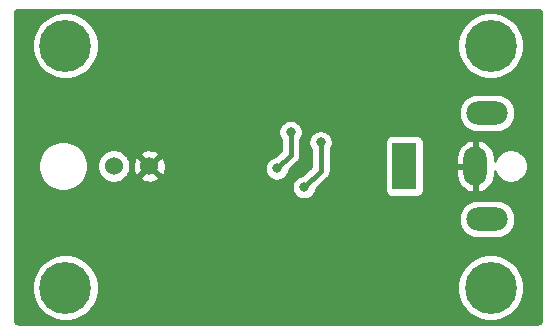
<source format=gbr>
%TF.GenerationSoftware,KiCad,Pcbnew,(5.1.6)-1*%
%TF.CreationDate,2022-05-27T14:19:17+02:00*%
%TF.ProjectId,Charger,43686172-6765-4722-9e6b-696361645f70,V1.0*%
%TF.SameCoordinates,Original*%
%TF.FileFunction,Copper,L2,Bot*%
%TF.FilePolarity,Positive*%
%FSLAX46Y46*%
G04 Gerber Fmt 4.6, Leading zero omitted, Abs format (unit mm)*
G04 Created by KiCad (PCBNEW (5.1.6)-1) date 2022-05-27 14:19:17*
%MOMM*%
%LPD*%
G01*
G04 APERTURE LIST*
%TA.AperFunction,ComponentPad*%
%ADD10C,1.530000*%
%TD*%
%TA.AperFunction,ComponentPad*%
%ADD11C,4.400000*%
%TD*%
%TA.AperFunction,ComponentPad*%
%ADD12O,3.500000X2.000000*%
%TD*%
%TA.AperFunction,ComponentPad*%
%ADD13O,2.000000X3.300000*%
%TD*%
%TA.AperFunction,ComponentPad*%
%ADD14R,2.000000X4.000000*%
%TD*%
%TA.AperFunction,ViaPad*%
%ADD15C,0.800000*%
%TD*%
%TA.AperFunction,Conductor*%
%ADD16C,0.400000*%
%TD*%
%TA.AperFunction,Conductor*%
%ADD17C,0.254000*%
%TD*%
G04 APERTURE END LIST*
D10*
%TO.P,J2,2*%
%TO.N,GNDREF*%
X140100000Y-88200000D03*
%TO.P,J2,1*%
%TO.N,Net-(J2-Pad1)*%
X137100000Y-88200000D03*
%TD*%
D11*
%TO.P,H4,1*%
%TO.N,N/C*%
X169000000Y-78000000D03*
%TD*%
%TO.P,H3,1*%
%TO.N,N/C*%
X169000000Y-98500000D03*
%TD*%
%TO.P,H2,1*%
%TO.N,N/C*%
X133000000Y-98500000D03*
%TD*%
%TO.P,H1,1*%
%TO.N,N/C*%
X133000000Y-78000000D03*
%TD*%
D12*
%TO.P,J1,MP*%
%TO.N,N/C*%
X168700000Y-83700000D03*
X168700000Y-92700000D03*
D13*
%TO.P,J1,2*%
%TO.N,GNDREF*%
X167700000Y-88200000D03*
D14*
%TO.P,J1,1*%
%TO.N,Net-(C1-Pad1)*%
X161700000Y-88200000D03*
%TD*%
D15*
%TO.N,GNDREF*%
X130291667Y-81942500D03*
X130291667Y-90942500D03*
X134291667Y-84942500D03*
X134291667Y-93942500D03*
X137291667Y-76942500D03*
X137291667Y-97942500D03*
X138291667Y-90942500D03*
X139291667Y-81942500D03*
X141291667Y-94942500D03*
X142291667Y-85942500D03*
X143000000Y-77942500D03*
X143291667Y-99942500D03*
X146291667Y-81942500D03*
X147291667Y-95942500D03*
X149291667Y-76942500D03*
X150291667Y-99942500D03*
X152000000Y-80500000D03*
X152291667Y-92942500D03*
X155291667Y-96942500D03*
X156291667Y-76942500D03*
X157291667Y-82942500D03*
X159291667Y-99942500D03*
X160291667Y-91942500D03*
X161291667Y-78942500D03*
X163291667Y-83942500D03*
X163291667Y-95942500D03*
X165291667Y-88942500D03*
X172291667Y-80942500D03*
X172291667Y-94942500D03*
X146700000Y-89700000D03*
X150300000Y-86300000D03*
X144000000Y-89700000D03*
%TO.N,Net-(Q1-Pad2)*%
X152064998Y-85325000D03*
X150900000Y-88400000D03*
%TO.N,Net-(Q1-Pad1)*%
X154610000Y-86190000D03*
X153200000Y-90000000D03*
%TD*%
D16*
%TO.N,Net-(Q1-Pad2)*%
X152064998Y-87235002D02*
X152064998Y-85325000D01*
X150900000Y-88400000D02*
X152064998Y-87235002D01*
%TO.N,Net-(Q1-Pad1)*%
X154610000Y-86190000D02*
X154610000Y-88590000D01*
X154610000Y-88590000D02*
X153200000Y-90000000D01*
%TD*%
D17*
%TO.N,GNDREF*%
G36*
X173055665Y-74968863D02*
G01*
X173109214Y-74985030D01*
X173158597Y-75011288D01*
X173201945Y-75046641D01*
X173237600Y-75089740D01*
X173264201Y-75138937D01*
X173280742Y-75192375D01*
X173290001Y-75280464D01*
X173290000Y-101215279D01*
X173281138Y-101305664D01*
X173264970Y-101359214D01*
X173238712Y-101408597D01*
X173203357Y-101451947D01*
X173160261Y-101487599D01*
X173111063Y-101514201D01*
X173057625Y-101530742D01*
X172969545Y-101540000D01*
X129034721Y-101540000D01*
X128944336Y-101531138D01*
X128890786Y-101514970D01*
X128841403Y-101488712D01*
X128798053Y-101453357D01*
X128762401Y-101410261D01*
X128735799Y-101361063D01*
X128719258Y-101307625D01*
X128710000Y-101219545D01*
X128710000Y-98220777D01*
X130165000Y-98220777D01*
X130165000Y-98779223D01*
X130273948Y-99326939D01*
X130487656Y-99842876D01*
X130797912Y-100307207D01*
X131192793Y-100702088D01*
X131657124Y-101012344D01*
X132173061Y-101226052D01*
X132720777Y-101335000D01*
X133279223Y-101335000D01*
X133826939Y-101226052D01*
X134342876Y-101012344D01*
X134807207Y-100702088D01*
X135202088Y-100307207D01*
X135512344Y-99842876D01*
X135726052Y-99326939D01*
X135835000Y-98779223D01*
X135835000Y-98220777D01*
X166165000Y-98220777D01*
X166165000Y-98779223D01*
X166273948Y-99326939D01*
X166487656Y-99842876D01*
X166797912Y-100307207D01*
X167192793Y-100702088D01*
X167657124Y-101012344D01*
X168173061Y-101226052D01*
X168720777Y-101335000D01*
X169279223Y-101335000D01*
X169826939Y-101226052D01*
X170342876Y-101012344D01*
X170807207Y-100702088D01*
X171202088Y-100307207D01*
X171512344Y-99842876D01*
X171726052Y-99326939D01*
X171835000Y-98779223D01*
X171835000Y-98220777D01*
X171726052Y-97673061D01*
X171512344Y-97157124D01*
X171202088Y-96692793D01*
X170807207Y-96297912D01*
X170342876Y-95987656D01*
X169826939Y-95773948D01*
X169279223Y-95665000D01*
X168720777Y-95665000D01*
X168173061Y-95773948D01*
X167657124Y-95987656D01*
X167192793Y-96297912D01*
X166797912Y-96692793D01*
X166487656Y-97157124D01*
X166273948Y-97673061D01*
X166165000Y-98220777D01*
X135835000Y-98220777D01*
X135726052Y-97673061D01*
X135512344Y-97157124D01*
X135202088Y-96692793D01*
X134807207Y-96297912D01*
X134342876Y-95987656D01*
X133826939Y-95773948D01*
X133279223Y-95665000D01*
X132720777Y-95665000D01*
X132173061Y-95773948D01*
X131657124Y-95987656D01*
X131192793Y-96297912D01*
X130797912Y-96692793D01*
X130487656Y-97157124D01*
X130273948Y-97673061D01*
X130165000Y-98220777D01*
X128710000Y-98220777D01*
X128710000Y-92700000D01*
X166307089Y-92700000D01*
X166338657Y-93020516D01*
X166432148Y-93328715D01*
X166583969Y-93612752D01*
X166788286Y-93861714D01*
X167037248Y-94066031D01*
X167321285Y-94217852D01*
X167629484Y-94311343D01*
X167869678Y-94335000D01*
X169530322Y-94335000D01*
X169770516Y-94311343D01*
X170078715Y-94217852D01*
X170362752Y-94066031D01*
X170611714Y-93861714D01*
X170816031Y-93612752D01*
X170967852Y-93328715D01*
X171061343Y-93020516D01*
X171092911Y-92700000D01*
X171061343Y-92379484D01*
X170967852Y-92071285D01*
X170816031Y-91787248D01*
X170611714Y-91538286D01*
X170362752Y-91333969D01*
X170078715Y-91182148D01*
X169770516Y-91088657D01*
X169530322Y-91065000D01*
X167869678Y-91065000D01*
X167629484Y-91088657D01*
X167321285Y-91182148D01*
X167037248Y-91333969D01*
X166788286Y-91538286D01*
X166583969Y-91787248D01*
X166432148Y-92071285D01*
X166338657Y-92379484D01*
X166307089Y-92700000D01*
X128710000Y-92700000D01*
X128710000Y-87989721D01*
X130665000Y-87989721D01*
X130665000Y-88410279D01*
X130747047Y-88822756D01*
X130907988Y-89211302D01*
X131141637Y-89560983D01*
X131439017Y-89858363D01*
X131788698Y-90092012D01*
X132177244Y-90252953D01*
X132589721Y-90335000D01*
X133010279Y-90335000D01*
X133422756Y-90252953D01*
X133811302Y-90092012D01*
X134101570Y-89898061D01*
X152165000Y-89898061D01*
X152165000Y-90101939D01*
X152204774Y-90301898D01*
X152282795Y-90490256D01*
X152396063Y-90659774D01*
X152540226Y-90803937D01*
X152709744Y-90917205D01*
X152898102Y-90995226D01*
X153098061Y-91035000D01*
X153301939Y-91035000D01*
X153501898Y-90995226D01*
X153690256Y-90917205D01*
X153859774Y-90803937D01*
X154003937Y-90659774D01*
X154117205Y-90490256D01*
X154195226Y-90301898D01*
X154224093Y-90156775D01*
X155171426Y-89209442D01*
X155203291Y-89183291D01*
X155307636Y-89056146D01*
X155385172Y-88911087D01*
X155432918Y-88753689D01*
X155445000Y-88631019D01*
X155449040Y-88590001D01*
X155445000Y-88548982D01*
X155445000Y-86803285D01*
X155527205Y-86680256D01*
X155605226Y-86491898D01*
X155645000Y-86291939D01*
X155645000Y-86200000D01*
X160061928Y-86200000D01*
X160061928Y-90200000D01*
X160074188Y-90324482D01*
X160110498Y-90444180D01*
X160169463Y-90554494D01*
X160248815Y-90651185D01*
X160345506Y-90730537D01*
X160455820Y-90789502D01*
X160575518Y-90825812D01*
X160700000Y-90838072D01*
X162700000Y-90838072D01*
X162824482Y-90825812D01*
X162944180Y-90789502D01*
X163054494Y-90730537D01*
X163151185Y-90651185D01*
X163230537Y-90554494D01*
X163289502Y-90444180D01*
X163325812Y-90324482D01*
X163338072Y-90200000D01*
X163338072Y-88327000D01*
X166065000Y-88327000D01*
X166065000Y-88977000D01*
X166121193Y-89293532D01*
X166238058Y-89593020D01*
X166411105Y-89863954D01*
X166633683Y-90095922D01*
X166897239Y-90280010D01*
X167191645Y-90409144D01*
X167319566Y-90440124D01*
X167573000Y-90320777D01*
X167573000Y-88327000D01*
X166065000Y-88327000D01*
X163338072Y-88327000D01*
X163338072Y-87423000D01*
X166065000Y-87423000D01*
X166065000Y-88073000D01*
X167573000Y-88073000D01*
X167573000Y-86079223D01*
X167827000Y-86079223D01*
X167827000Y-88073000D01*
X167847000Y-88073000D01*
X167847000Y-88327000D01*
X167827000Y-88327000D01*
X167827000Y-90320777D01*
X168080434Y-90440124D01*
X168208355Y-90409144D01*
X168502761Y-90280010D01*
X168766317Y-90095922D01*
X168988895Y-89863954D01*
X169161942Y-89593020D01*
X169278807Y-89293532D01*
X169335000Y-88977000D01*
X169335000Y-88654432D01*
X169428320Y-88879727D01*
X169585363Y-89114759D01*
X169785241Y-89314637D01*
X170020273Y-89471680D01*
X170281426Y-89579853D01*
X170558665Y-89635000D01*
X170841335Y-89635000D01*
X171118574Y-89579853D01*
X171379727Y-89471680D01*
X171614759Y-89314637D01*
X171814637Y-89114759D01*
X171971680Y-88879727D01*
X172079853Y-88618574D01*
X172135000Y-88341335D01*
X172135000Y-88058665D01*
X172079853Y-87781426D01*
X171971680Y-87520273D01*
X171814637Y-87285241D01*
X171614759Y-87085363D01*
X171379727Y-86928320D01*
X171118574Y-86820147D01*
X170841335Y-86765000D01*
X170558665Y-86765000D01*
X170281426Y-86820147D01*
X170020273Y-86928320D01*
X169785241Y-87085363D01*
X169585363Y-87285241D01*
X169428320Y-87520273D01*
X169335000Y-87745568D01*
X169335000Y-87423000D01*
X169278807Y-87106468D01*
X169161942Y-86806980D01*
X168988895Y-86536046D01*
X168766317Y-86304078D01*
X168502761Y-86119990D01*
X168208355Y-85990856D01*
X168080434Y-85959876D01*
X167827000Y-86079223D01*
X167573000Y-86079223D01*
X167319566Y-85959876D01*
X167191645Y-85990856D01*
X166897239Y-86119990D01*
X166633683Y-86304078D01*
X166411105Y-86536046D01*
X166238058Y-86806980D01*
X166121193Y-87106468D01*
X166065000Y-87423000D01*
X163338072Y-87423000D01*
X163338072Y-86200000D01*
X163325812Y-86075518D01*
X163289502Y-85955820D01*
X163230537Y-85845506D01*
X163151185Y-85748815D01*
X163054494Y-85669463D01*
X162944180Y-85610498D01*
X162824482Y-85574188D01*
X162700000Y-85561928D01*
X160700000Y-85561928D01*
X160575518Y-85574188D01*
X160455820Y-85610498D01*
X160345506Y-85669463D01*
X160248815Y-85748815D01*
X160169463Y-85845506D01*
X160110498Y-85955820D01*
X160074188Y-86075518D01*
X160061928Y-86200000D01*
X155645000Y-86200000D01*
X155645000Y-86088061D01*
X155605226Y-85888102D01*
X155527205Y-85699744D01*
X155413937Y-85530226D01*
X155269774Y-85386063D01*
X155100256Y-85272795D01*
X154911898Y-85194774D01*
X154711939Y-85155000D01*
X154508061Y-85155000D01*
X154308102Y-85194774D01*
X154119744Y-85272795D01*
X153950226Y-85386063D01*
X153806063Y-85530226D01*
X153692795Y-85699744D01*
X153614774Y-85888102D01*
X153575000Y-86088061D01*
X153575000Y-86291939D01*
X153614774Y-86491898D01*
X153692795Y-86680256D01*
X153775000Y-86803285D01*
X153775001Y-88244131D01*
X153043225Y-88975907D01*
X152898102Y-89004774D01*
X152709744Y-89082795D01*
X152540226Y-89196063D01*
X152396063Y-89340226D01*
X152282795Y-89509744D01*
X152204774Y-89698102D01*
X152165000Y-89898061D01*
X134101570Y-89898061D01*
X134160983Y-89858363D01*
X134458363Y-89560983D01*
X134692012Y-89211302D01*
X134852953Y-88822756D01*
X134935000Y-88410279D01*
X134935000Y-88062112D01*
X135700000Y-88062112D01*
X135700000Y-88337888D01*
X135753801Y-88608365D01*
X135859336Y-88863149D01*
X136012549Y-89092448D01*
X136207552Y-89287451D01*
X136436851Y-89440664D01*
X136691635Y-89546199D01*
X136962112Y-89600000D01*
X137237888Y-89600000D01*
X137508365Y-89546199D01*
X137763149Y-89440664D01*
X137992448Y-89287451D01*
X138112192Y-89167707D01*
X139311898Y-89167707D01*
X139379240Y-89408106D01*
X139628780Y-89525506D01*
X139896427Y-89591967D01*
X140171899Y-89604936D01*
X140444607Y-89563914D01*
X140704072Y-89470478D01*
X140820760Y-89408106D01*
X140888102Y-89167707D01*
X140100000Y-88379605D01*
X139311898Y-89167707D01*
X138112192Y-89167707D01*
X138187451Y-89092448D01*
X138340664Y-88863149D01*
X138446199Y-88608365D01*
X138500000Y-88337888D01*
X138500000Y-88271899D01*
X138695064Y-88271899D01*
X138736086Y-88544607D01*
X138829522Y-88804072D01*
X138891894Y-88920760D01*
X139132293Y-88988102D01*
X139920395Y-88200000D01*
X140279605Y-88200000D01*
X141067707Y-88988102D01*
X141308106Y-88920760D01*
X141425506Y-88671220D01*
X141491967Y-88403573D01*
X141496934Y-88298061D01*
X149865000Y-88298061D01*
X149865000Y-88501939D01*
X149904774Y-88701898D01*
X149982795Y-88890256D01*
X150096063Y-89059774D01*
X150240226Y-89203937D01*
X150409744Y-89317205D01*
X150598102Y-89395226D01*
X150798061Y-89435000D01*
X151001939Y-89435000D01*
X151201898Y-89395226D01*
X151390256Y-89317205D01*
X151559774Y-89203937D01*
X151703937Y-89059774D01*
X151817205Y-88890256D01*
X151895226Y-88701898D01*
X151924093Y-88556775D01*
X152626426Y-87854442D01*
X152658289Y-87828293D01*
X152762634Y-87701148D01*
X152840170Y-87556089D01*
X152887916Y-87398691D01*
X152899998Y-87276021D01*
X152899998Y-87276020D01*
X152904038Y-87235002D01*
X152899998Y-87193984D01*
X152899998Y-85938285D01*
X152982203Y-85815256D01*
X153060224Y-85626898D01*
X153099998Y-85426939D01*
X153099998Y-85223061D01*
X153060224Y-85023102D01*
X152982203Y-84834744D01*
X152868935Y-84665226D01*
X152724772Y-84521063D01*
X152555254Y-84407795D01*
X152366896Y-84329774D01*
X152166937Y-84290000D01*
X151963059Y-84290000D01*
X151763100Y-84329774D01*
X151574742Y-84407795D01*
X151405224Y-84521063D01*
X151261061Y-84665226D01*
X151147793Y-84834744D01*
X151069772Y-85023102D01*
X151029998Y-85223061D01*
X151029998Y-85426939D01*
X151069772Y-85626898D01*
X151147793Y-85815256D01*
X151229999Y-85938286D01*
X151229998Y-86889134D01*
X150743225Y-87375907D01*
X150598102Y-87404774D01*
X150409744Y-87482795D01*
X150240226Y-87596063D01*
X150096063Y-87740226D01*
X149982795Y-87909744D01*
X149904774Y-88098102D01*
X149865000Y-88298061D01*
X141496934Y-88298061D01*
X141504936Y-88128101D01*
X141463914Y-87855393D01*
X141370478Y-87595928D01*
X141308106Y-87479240D01*
X141067707Y-87411898D01*
X140279605Y-88200000D01*
X139920395Y-88200000D01*
X139132293Y-87411898D01*
X138891894Y-87479240D01*
X138774494Y-87728780D01*
X138708033Y-87996427D01*
X138695064Y-88271899D01*
X138500000Y-88271899D01*
X138500000Y-88062112D01*
X138446199Y-87791635D01*
X138340664Y-87536851D01*
X138187451Y-87307552D01*
X138112192Y-87232293D01*
X139311898Y-87232293D01*
X140100000Y-88020395D01*
X140888102Y-87232293D01*
X140820760Y-86991894D01*
X140571220Y-86874494D01*
X140303573Y-86808033D01*
X140028101Y-86795064D01*
X139755393Y-86836086D01*
X139495928Y-86929522D01*
X139379240Y-86991894D01*
X139311898Y-87232293D01*
X138112192Y-87232293D01*
X137992448Y-87112549D01*
X137763149Y-86959336D01*
X137508365Y-86853801D01*
X137237888Y-86800000D01*
X136962112Y-86800000D01*
X136691635Y-86853801D01*
X136436851Y-86959336D01*
X136207552Y-87112549D01*
X136012549Y-87307552D01*
X135859336Y-87536851D01*
X135753801Y-87791635D01*
X135700000Y-88062112D01*
X134935000Y-88062112D01*
X134935000Y-87989721D01*
X134852953Y-87577244D01*
X134692012Y-87188698D01*
X134458363Y-86839017D01*
X134160983Y-86541637D01*
X133811302Y-86307988D01*
X133422756Y-86147047D01*
X133010279Y-86065000D01*
X132589721Y-86065000D01*
X132177244Y-86147047D01*
X131788698Y-86307988D01*
X131439017Y-86541637D01*
X131141637Y-86839017D01*
X130907988Y-87188698D01*
X130747047Y-87577244D01*
X130665000Y-87989721D01*
X128710000Y-87989721D01*
X128710000Y-83700000D01*
X166307089Y-83700000D01*
X166338657Y-84020516D01*
X166432148Y-84328715D01*
X166583969Y-84612752D01*
X166788286Y-84861714D01*
X167037248Y-85066031D01*
X167321285Y-85217852D01*
X167629484Y-85311343D01*
X167869678Y-85335000D01*
X169530322Y-85335000D01*
X169770516Y-85311343D01*
X170078715Y-85217852D01*
X170362752Y-85066031D01*
X170611714Y-84861714D01*
X170816031Y-84612752D01*
X170967852Y-84328715D01*
X171061343Y-84020516D01*
X171092911Y-83700000D01*
X171061343Y-83379484D01*
X170967852Y-83071285D01*
X170816031Y-82787248D01*
X170611714Y-82538286D01*
X170362752Y-82333969D01*
X170078715Y-82182148D01*
X169770516Y-82088657D01*
X169530322Y-82065000D01*
X167869678Y-82065000D01*
X167629484Y-82088657D01*
X167321285Y-82182148D01*
X167037248Y-82333969D01*
X166788286Y-82538286D01*
X166583969Y-82787248D01*
X166432148Y-83071285D01*
X166338657Y-83379484D01*
X166307089Y-83700000D01*
X128710000Y-83700000D01*
X128710000Y-77720777D01*
X130165000Y-77720777D01*
X130165000Y-78279223D01*
X130273948Y-78826939D01*
X130487656Y-79342876D01*
X130797912Y-79807207D01*
X131192793Y-80202088D01*
X131657124Y-80512344D01*
X132173061Y-80726052D01*
X132720777Y-80835000D01*
X133279223Y-80835000D01*
X133826939Y-80726052D01*
X134342876Y-80512344D01*
X134807207Y-80202088D01*
X135202088Y-79807207D01*
X135512344Y-79342876D01*
X135726052Y-78826939D01*
X135835000Y-78279223D01*
X135835000Y-77720777D01*
X166165000Y-77720777D01*
X166165000Y-78279223D01*
X166273948Y-78826939D01*
X166487656Y-79342876D01*
X166797912Y-79807207D01*
X167192793Y-80202088D01*
X167657124Y-80512344D01*
X168173061Y-80726052D01*
X168720777Y-80835000D01*
X169279223Y-80835000D01*
X169826939Y-80726052D01*
X170342876Y-80512344D01*
X170807207Y-80202088D01*
X171202088Y-79807207D01*
X171512344Y-79342876D01*
X171726052Y-78826939D01*
X171835000Y-78279223D01*
X171835000Y-77720777D01*
X171726052Y-77173061D01*
X171512344Y-76657124D01*
X171202088Y-76192793D01*
X170807207Y-75797912D01*
X170342876Y-75487656D01*
X169826939Y-75273948D01*
X169279223Y-75165000D01*
X168720777Y-75165000D01*
X168173061Y-75273948D01*
X167657124Y-75487656D01*
X167192793Y-75797912D01*
X166797912Y-76192793D01*
X166487656Y-76657124D01*
X166273948Y-77173061D01*
X166165000Y-77720777D01*
X135835000Y-77720777D01*
X135726052Y-77173061D01*
X135512344Y-76657124D01*
X135202088Y-76192793D01*
X134807207Y-75797912D01*
X134342876Y-75487656D01*
X133826939Y-75273948D01*
X133279223Y-75165000D01*
X132720777Y-75165000D01*
X132173061Y-75273948D01*
X131657124Y-75487656D01*
X131192793Y-75797912D01*
X130797912Y-76192793D01*
X130487656Y-76657124D01*
X130273948Y-77173061D01*
X130165000Y-77720777D01*
X128710000Y-77720777D01*
X128710000Y-75284722D01*
X128718863Y-75194335D01*
X128735030Y-75140786D01*
X128761288Y-75091403D01*
X128796641Y-75048055D01*
X128839740Y-75012400D01*
X128888937Y-74985799D01*
X128942375Y-74969258D01*
X129030455Y-74960000D01*
X172965278Y-74960000D01*
X173055665Y-74968863D01*
G37*
X173055665Y-74968863D02*
X173109214Y-74985030D01*
X173158597Y-75011288D01*
X173201945Y-75046641D01*
X173237600Y-75089740D01*
X173264201Y-75138937D01*
X173280742Y-75192375D01*
X173290001Y-75280464D01*
X173290000Y-101215279D01*
X173281138Y-101305664D01*
X173264970Y-101359214D01*
X173238712Y-101408597D01*
X173203357Y-101451947D01*
X173160261Y-101487599D01*
X173111063Y-101514201D01*
X173057625Y-101530742D01*
X172969545Y-101540000D01*
X129034721Y-101540000D01*
X128944336Y-101531138D01*
X128890786Y-101514970D01*
X128841403Y-101488712D01*
X128798053Y-101453357D01*
X128762401Y-101410261D01*
X128735799Y-101361063D01*
X128719258Y-101307625D01*
X128710000Y-101219545D01*
X128710000Y-98220777D01*
X130165000Y-98220777D01*
X130165000Y-98779223D01*
X130273948Y-99326939D01*
X130487656Y-99842876D01*
X130797912Y-100307207D01*
X131192793Y-100702088D01*
X131657124Y-101012344D01*
X132173061Y-101226052D01*
X132720777Y-101335000D01*
X133279223Y-101335000D01*
X133826939Y-101226052D01*
X134342876Y-101012344D01*
X134807207Y-100702088D01*
X135202088Y-100307207D01*
X135512344Y-99842876D01*
X135726052Y-99326939D01*
X135835000Y-98779223D01*
X135835000Y-98220777D01*
X166165000Y-98220777D01*
X166165000Y-98779223D01*
X166273948Y-99326939D01*
X166487656Y-99842876D01*
X166797912Y-100307207D01*
X167192793Y-100702088D01*
X167657124Y-101012344D01*
X168173061Y-101226052D01*
X168720777Y-101335000D01*
X169279223Y-101335000D01*
X169826939Y-101226052D01*
X170342876Y-101012344D01*
X170807207Y-100702088D01*
X171202088Y-100307207D01*
X171512344Y-99842876D01*
X171726052Y-99326939D01*
X171835000Y-98779223D01*
X171835000Y-98220777D01*
X171726052Y-97673061D01*
X171512344Y-97157124D01*
X171202088Y-96692793D01*
X170807207Y-96297912D01*
X170342876Y-95987656D01*
X169826939Y-95773948D01*
X169279223Y-95665000D01*
X168720777Y-95665000D01*
X168173061Y-95773948D01*
X167657124Y-95987656D01*
X167192793Y-96297912D01*
X166797912Y-96692793D01*
X166487656Y-97157124D01*
X166273948Y-97673061D01*
X166165000Y-98220777D01*
X135835000Y-98220777D01*
X135726052Y-97673061D01*
X135512344Y-97157124D01*
X135202088Y-96692793D01*
X134807207Y-96297912D01*
X134342876Y-95987656D01*
X133826939Y-95773948D01*
X133279223Y-95665000D01*
X132720777Y-95665000D01*
X132173061Y-95773948D01*
X131657124Y-95987656D01*
X131192793Y-96297912D01*
X130797912Y-96692793D01*
X130487656Y-97157124D01*
X130273948Y-97673061D01*
X130165000Y-98220777D01*
X128710000Y-98220777D01*
X128710000Y-92700000D01*
X166307089Y-92700000D01*
X166338657Y-93020516D01*
X166432148Y-93328715D01*
X166583969Y-93612752D01*
X166788286Y-93861714D01*
X167037248Y-94066031D01*
X167321285Y-94217852D01*
X167629484Y-94311343D01*
X167869678Y-94335000D01*
X169530322Y-94335000D01*
X169770516Y-94311343D01*
X170078715Y-94217852D01*
X170362752Y-94066031D01*
X170611714Y-93861714D01*
X170816031Y-93612752D01*
X170967852Y-93328715D01*
X171061343Y-93020516D01*
X171092911Y-92700000D01*
X171061343Y-92379484D01*
X170967852Y-92071285D01*
X170816031Y-91787248D01*
X170611714Y-91538286D01*
X170362752Y-91333969D01*
X170078715Y-91182148D01*
X169770516Y-91088657D01*
X169530322Y-91065000D01*
X167869678Y-91065000D01*
X167629484Y-91088657D01*
X167321285Y-91182148D01*
X167037248Y-91333969D01*
X166788286Y-91538286D01*
X166583969Y-91787248D01*
X166432148Y-92071285D01*
X166338657Y-92379484D01*
X166307089Y-92700000D01*
X128710000Y-92700000D01*
X128710000Y-87989721D01*
X130665000Y-87989721D01*
X130665000Y-88410279D01*
X130747047Y-88822756D01*
X130907988Y-89211302D01*
X131141637Y-89560983D01*
X131439017Y-89858363D01*
X131788698Y-90092012D01*
X132177244Y-90252953D01*
X132589721Y-90335000D01*
X133010279Y-90335000D01*
X133422756Y-90252953D01*
X133811302Y-90092012D01*
X134101570Y-89898061D01*
X152165000Y-89898061D01*
X152165000Y-90101939D01*
X152204774Y-90301898D01*
X152282795Y-90490256D01*
X152396063Y-90659774D01*
X152540226Y-90803937D01*
X152709744Y-90917205D01*
X152898102Y-90995226D01*
X153098061Y-91035000D01*
X153301939Y-91035000D01*
X153501898Y-90995226D01*
X153690256Y-90917205D01*
X153859774Y-90803937D01*
X154003937Y-90659774D01*
X154117205Y-90490256D01*
X154195226Y-90301898D01*
X154224093Y-90156775D01*
X155171426Y-89209442D01*
X155203291Y-89183291D01*
X155307636Y-89056146D01*
X155385172Y-88911087D01*
X155432918Y-88753689D01*
X155445000Y-88631019D01*
X155449040Y-88590001D01*
X155445000Y-88548982D01*
X155445000Y-86803285D01*
X155527205Y-86680256D01*
X155605226Y-86491898D01*
X155645000Y-86291939D01*
X155645000Y-86200000D01*
X160061928Y-86200000D01*
X160061928Y-90200000D01*
X160074188Y-90324482D01*
X160110498Y-90444180D01*
X160169463Y-90554494D01*
X160248815Y-90651185D01*
X160345506Y-90730537D01*
X160455820Y-90789502D01*
X160575518Y-90825812D01*
X160700000Y-90838072D01*
X162700000Y-90838072D01*
X162824482Y-90825812D01*
X162944180Y-90789502D01*
X163054494Y-90730537D01*
X163151185Y-90651185D01*
X163230537Y-90554494D01*
X163289502Y-90444180D01*
X163325812Y-90324482D01*
X163338072Y-90200000D01*
X163338072Y-88327000D01*
X166065000Y-88327000D01*
X166065000Y-88977000D01*
X166121193Y-89293532D01*
X166238058Y-89593020D01*
X166411105Y-89863954D01*
X166633683Y-90095922D01*
X166897239Y-90280010D01*
X167191645Y-90409144D01*
X167319566Y-90440124D01*
X167573000Y-90320777D01*
X167573000Y-88327000D01*
X166065000Y-88327000D01*
X163338072Y-88327000D01*
X163338072Y-87423000D01*
X166065000Y-87423000D01*
X166065000Y-88073000D01*
X167573000Y-88073000D01*
X167573000Y-86079223D01*
X167827000Y-86079223D01*
X167827000Y-88073000D01*
X167847000Y-88073000D01*
X167847000Y-88327000D01*
X167827000Y-88327000D01*
X167827000Y-90320777D01*
X168080434Y-90440124D01*
X168208355Y-90409144D01*
X168502761Y-90280010D01*
X168766317Y-90095922D01*
X168988895Y-89863954D01*
X169161942Y-89593020D01*
X169278807Y-89293532D01*
X169335000Y-88977000D01*
X169335000Y-88654432D01*
X169428320Y-88879727D01*
X169585363Y-89114759D01*
X169785241Y-89314637D01*
X170020273Y-89471680D01*
X170281426Y-89579853D01*
X170558665Y-89635000D01*
X170841335Y-89635000D01*
X171118574Y-89579853D01*
X171379727Y-89471680D01*
X171614759Y-89314637D01*
X171814637Y-89114759D01*
X171971680Y-88879727D01*
X172079853Y-88618574D01*
X172135000Y-88341335D01*
X172135000Y-88058665D01*
X172079853Y-87781426D01*
X171971680Y-87520273D01*
X171814637Y-87285241D01*
X171614759Y-87085363D01*
X171379727Y-86928320D01*
X171118574Y-86820147D01*
X170841335Y-86765000D01*
X170558665Y-86765000D01*
X170281426Y-86820147D01*
X170020273Y-86928320D01*
X169785241Y-87085363D01*
X169585363Y-87285241D01*
X169428320Y-87520273D01*
X169335000Y-87745568D01*
X169335000Y-87423000D01*
X169278807Y-87106468D01*
X169161942Y-86806980D01*
X168988895Y-86536046D01*
X168766317Y-86304078D01*
X168502761Y-86119990D01*
X168208355Y-85990856D01*
X168080434Y-85959876D01*
X167827000Y-86079223D01*
X167573000Y-86079223D01*
X167319566Y-85959876D01*
X167191645Y-85990856D01*
X166897239Y-86119990D01*
X166633683Y-86304078D01*
X166411105Y-86536046D01*
X166238058Y-86806980D01*
X166121193Y-87106468D01*
X166065000Y-87423000D01*
X163338072Y-87423000D01*
X163338072Y-86200000D01*
X163325812Y-86075518D01*
X163289502Y-85955820D01*
X163230537Y-85845506D01*
X163151185Y-85748815D01*
X163054494Y-85669463D01*
X162944180Y-85610498D01*
X162824482Y-85574188D01*
X162700000Y-85561928D01*
X160700000Y-85561928D01*
X160575518Y-85574188D01*
X160455820Y-85610498D01*
X160345506Y-85669463D01*
X160248815Y-85748815D01*
X160169463Y-85845506D01*
X160110498Y-85955820D01*
X160074188Y-86075518D01*
X160061928Y-86200000D01*
X155645000Y-86200000D01*
X155645000Y-86088061D01*
X155605226Y-85888102D01*
X155527205Y-85699744D01*
X155413937Y-85530226D01*
X155269774Y-85386063D01*
X155100256Y-85272795D01*
X154911898Y-85194774D01*
X154711939Y-85155000D01*
X154508061Y-85155000D01*
X154308102Y-85194774D01*
X154119744Y-85272795D01*
X153950226Y-85386063D01*
X153806063Y-85530226D01*
X153692795Y-85699744D01*
X153614774Y-85888102D01*
X153575000Y-86088061D01*
X153575000Y-86291939D01*
X153614774Y-86491898D01*
X153692795Y-86680256D01*
X153775000Y-86803285D01*
X153775001Y-88244131D01*
X153043225Y-88975907D01*
X152898102Y-89004774D01*
X152709744Y-89082795D01*
X152540226Y-89196063D01*
X152396063Y-89340226D01*
X152282795Y-89509744D01*
X152204774Y-89698102D01*
X152165000Y-89898061D01*
X134101570Y-89898061D01*
X134160983Y-89858363D01*
X134458363Y-89560983D01*
X134692012Y-89211302D01*
X134852953Y-88822756D01*
X134935000Y-88410279D01*
X134935000Y-88062112D01*
X135700000Y-88062112D01*
X135700000Y-88337888D01*
X135753801Y-88608365D01*
X135859336Y-88863149D01*
X136012549Y-89092448D01*
X136207552Y-89287451D01*
X136436851Y-89440664D01*
X136691635Y-89546199D01*
X136962112Y-89600000D01*
X137237888Y-89600000D01*
X137508365Y-89546199D01*
X137763149Y-89440664D01*
X137992448Y-89287451D01*
X138112192Y-89167707D01*
X139311898Y-89167707D01*
X139379240Y-89408106D01*
X139628780Y-89525506D01*
X139896427Y-89591967D01*
X140171899Y-89604936D01*
X140444607Y-89563914D01*
X140704072Y-89470478D01*
X140820760Y-89408106D01*
X140888102Y-89167707D01*
X140100000Y-88379605D01*
X139311898Y-89167707D01*
X138112192Y-89167707D01*
X138187451Y-89092448D01*
X138340664Y-88863149D01*
X138446199Y-88608365D01*
X138500000Y-88337888D01*
X138500000Y-88271899D01*
X138695064Y-88271899D01*
X138736086Y-88544607D01*
X138829522Y-88804072D01*
X138891894Y-88920760D01*
X139132293Y-88988102D01*
X139920395Y-88200000D01*
X140279605Y-88200000D01*
X141067707Y-88988102D01*
X141308106Y-88920760D01*
X141425506Y-88671220D01*
X141491967Y-88403573D01*
X141496934Y-88298061D01*
X149865000Y-88298061D01*
X149865000Y-88501939D01*
X149904774Y-88701898D01*
X149982795Y-88890256D01*
X150096063Y-89059774D01*
X150240226Y-89203937D01*
X150409744Y-89317205D01*
X150598102Y-89395226D01*
X150798061Y-89435000D01*
X151001939Y-89435000D01*
X151201898Y-89395226D01*
X151390256Y-89317205D01*
X151559774Y-89203937D01*
X151703937Y-89059774D01*
X151817205Y-88890256D01*
X151895226Y-88701898D01*
X151924093Y-88556775D01*
X152626426Y-87854442D01*
X152658289Y-87828293D01*
X152762634Y-87701148D01*
X152840170Y-87556089D01*
X152887916Y-87398691D01*
X152899998Y-87276021D01*
X152899998Y-87276020D01*
X152904038Y-87235002D01*
X152899998Y-87193984D01*
X152899998Y-85938285D01*
X152982203Y-85815256D01*
X153060224Y-85626898D01*
X153099998Y-85426939D01*
X153099998Y-85223061D01*
X153060224Y-85023102D01*
X152982203Y-84834744D01*
X152868935Y-84665226D01*
X152724772Y-84521063D01*
X152555254Y-84407795D01*
X152366896Y-84329774D01*
X152166937Y-84290000D01*
X151963059Y-84290000D01*
X151763100Y-84329774D01*
X151574742Y-84407795D01*
X151405224Y-84521063D01*
X151261061Y-84665226D01*
X151147793Y-84834744D01*
X151069772Y-85023102D01*
X151029998Y-85223061D01*
X151029998Y-85426939D01*
X151069772Y-85626898D01*
X151147793Y-85815256D01*
X151229999Y-85938286D01*
X151229998Y-86889134D01*
X150743225Y-87375907D01*
X150598102Y-87404774D01*
X150409744Y-87482795D01*
X150240226Y-87596063D01*
X150096063Y-87740226D01*
X149982795Y-87909744D01*
X149904774Y-88098102D01*
X149865000Y-88298061D01*
X141496934Y-88298061D01*
X141504936Y-88128101D01*
X141463914Y-87855393D01*
X141370478Y-87595928D01*
X141308106Y-87479240D01*
X141067707Y-87411898D01*
X140279605Y-88200000D01*
X139920395Y-88200000D01*
X139132293Y-87411898D01*
X138891894Y-87479240D01*
X138774494Y-87728780D01*
X138708033Y-87996427D01*
X138695064Y-88271899D01*
X138500000Y-88271899D01*
X138500000Y-88062112D01*
X138446199Y-87791635D01*
X138340664Y-87536851D01*
X138187451Y-87307552D01*
X138112192Y-87232293D01*
X139311898Y-87232293D01*
X140100000Y-88020395D01*
X140888102Y-87232293D01*
X140820760Y-86991894D01*
X140571220Y-86874494D01*
X140303573Y-86808033D01*
X140028101Y-86795064D01*
X139755393Y-86836086D01*
X139495928Y-86929522D01*
X139379240Y-86991894D01*
X139311898Y-87232293D01*
X138112192Y-87232293D01*
X137992448Y-87112549D01*
X137763149Y-86959336D01*
X137508365Y-86853801D01*
X137237888Y-86800000D01*
X136962112Y-86800000D01*
X136691635Y-86853801D01*
X136436851Y-86959336D01*
X136207552Y-87112549D01*
X136012549Y-87307552D01*
X135859336Y-87536851D01*
X135753801Y-87791635D01*
X135700000Y-88062112D01*
X134935000Y-88062112D01*
X134935000Y-87989721D01*
X134852953Y-87577244D01*
X134692012Y-87188698D01*
X134458363Y-86839017D01*
X134160983Y-86541637D01*
X133811302Y-86307988D01*
X133422756Y-86147047D01*
X133010279Y-86065000D01*
X132589721Y-86065000D01*
X132177244Y-86147047D01*
X131788698Y-86307988D01*
X131439017Y-86541637D01*
X131141637Y-86839017D01*
X130907988Y-87188698D01*
X130747047Y-87577244D01*
X130665000Y-87989721D01*
X128710000Y-87989721D01*
X128710000Y-83700000D01*
X166307089Y-83700000D01*
X166338657Y-84020516D01*
X166432148Y-84328715D01*
X166583969Y-84612752D01*
X166788286Y-84861714D01*
X167037248Y-85066031D01*
X167321285Y-85217852D01*
X167629484Y-85311343D01*
X167869678Y-85335000D01*
X169530322Y-85335000D01*
X169770516Y-85311343D01*
X170078715Y-85217852D01*
X170362752Y-85066031D01*
X170611714Y-84861714D01*
X170816031Y-84612752D01*
X170967852Y-84328715D01*
X171061343Y-84020516D01*
X171092911Y-83700000D01*
X171061343Y-83379484D01*
X170967852Y-83071285D01*
X170816031Y-82787248D01*
X170611714Y-82538286D01*
X170362752Y-82333969D01*
X170078715Y-82182148D01*
X169770516Y-82088657D01*
X169530322Y-82065000D01*
X167869678Y-82065000D01*
X167629484Y-82088657D01*
X167321285Y-82182148D01*
X167037248Y-82333969D01*
X166788286Y-82538286D01*
X166583969Y-82787248D01*
X166432148Y-83071285D01*
X166338657Y-83379484D01*
X166307089Y-83700000D01*
X128710000Y-83700000D01*
X128710000Y-77720777D01*
X130165000Y-77720777D01*
X130165000Y-78279223D01*
X130273948Y-78826939D01*
X130487656Y-79342876D01*
X130797912Y-79807207D01*
X131192793Y-80202088D01*
X131657124Y-80512344D01*
X132173061Y-80726052D01*
X132720777Y-80835000D01*
X133279223Y-80835000D01*
X133826939Y-80726052D01*
X134342876Y-80512344D01*
X134807207Y-80202088D01*
X135202088Y-79807207D01*
X135512344Y-79342876D01*
X135726052Y-78826939D01*
X135835000Y-78279223D01*
X135835000Y-77720777D01*
X166165000Y-77720777D01*
X166165000Y-78279223D01*
X166273948Y-78826939D01*
X166487656Y-79342876D01*
X166797912Y-79807207D01*
X167192793Y-80202088D01*
X167657124Y-80512344D01*
X168173061Y-80726052D01*
X168720777Y-80835000D01*
X169279223Y-80835000D01*
X169826939Y-80726052D01*
X170342876Y-80512344D01*
X170807207Y-80202088D01*
X171202088Y-79807207D01*
X171512344Y-79342876D01*
X171726052Y-78826939D01*
X171835000Y-78279223D01*
X171835000Y-77720777D01*
X171726052Y-77173061D01*
X171512344Y-76657124D01*
X171202088Y-76192793D01*
X170807207Y-75797912D01*
X170342876Y-75487656D01*
X169826939Y-75273948D01*
X169279223Y-75165000D01*
X168720777Y-75165000D01*
X168173061Y-75273948D01*
X167657124Y-75487656D01*
X167192793Y-75797912D01*
X166797912Y-76192793D01*
X166487656Y-76657124D01*
X166273948Y-77173061D01*
X166165000Y-77720777D01*
X135835000Y-77720777D01*
X135726052Y-77173061D01*
X135512344Y-76657124D01*
X135202088Y-76192793D01*
X134807207Y-75797912D01*
X134342876Y-75487656D01*
X133826939Y-75273948D01*
X133279223Y-75165000D01*
X132720777Y-75165000D01*
X132173061Y-75273948D01*
X131657124Y-75487656D01*
X131192793Y-75797912D01*
X130797912Y-76192793D01*
X130487656Y-76657124D01*
X130273948Y-77173061D01*
X130165000Y-77720777D01*
X128710000Y-77720777D01*
X128710000Y-75284722D01*
X128718863Y-75194335D01*
X128735030Y-75140786D01*
X128761288Y-75091403D01*
X128796641Y-75048055D01*
X128839740Y-75012400D01*
X128888937Y-74985799D01*
X128942375Y-74969258D01*
X129030455Y-74960000D01*
X172965278Y-74960000D01*
X173055665Y-74968863D01*
%TD*%
M02*

</source>
